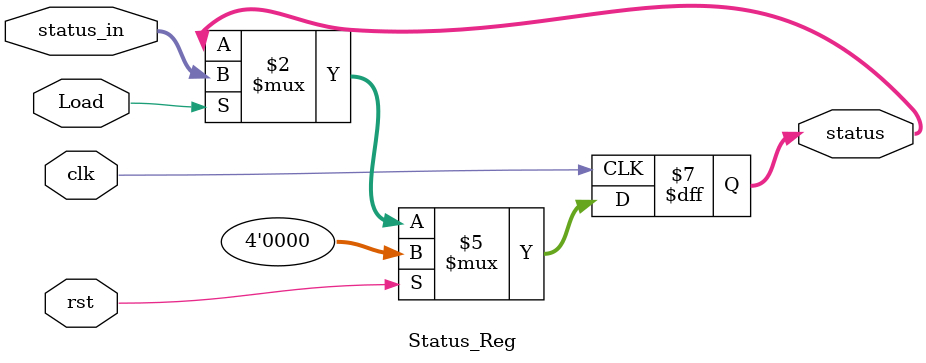
<source format=sv>
`timescale 1ns/1ns

module Status_Reg(
  input clk, rst,
  input Load,
  input [3:0] status_in,
  output reg [3:0] status
  );
  
  
  always @ (negedge clk)begin
    if(rst)
      status <= 4'b0;
    else
      if(Load)begin
        status <= status_in;
		  end
  end
endmodule

</source>
